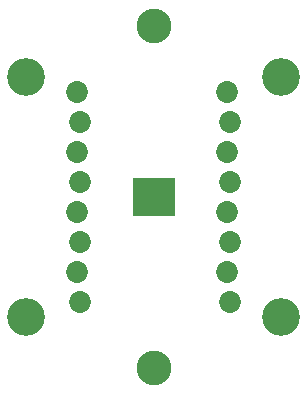
<source format=gts>
G04 EAGLE Gerber RS-274X export*
G75*
%MOMM*%
%FSLAX34Y34*%
%LPD*%
%INSoldermask Top*%
%IPPOS*%
%AMOC8*
5,1,8,0,0,1.08239X$1,22.5*%
G01*
%ADD10R,3.556000X3.302000*%
%ADD11C,1.852422*%
%ADD12C,3.200400*%
%ADD13C,2.946400*%


D10*
X76200Y101600D03*
D11*
X13970Y12700D03*
X11430Y38100D03*
X13970Y63500D03*
X11430Y88900D03*
X13970Y114300D03*
X11430Y139700D03*
X13970Y165100D03*
X11430Y190500D03*
X138430Y190500D03*
X140970Y165100D03*
X138430Y139700D03*
X140970Y114300D03*
X138430Y88900D03*
X140970Y63500D03*
X138430Y38100D03*
X140970Y12700D03*
D12*
X-31750Y0D03*
X-31750Y203200D03*
X184150Y0D03*
X184150Y203200D03*
D13*
X76200Y-43180D03*
X76200Y246380D03*
M02*

</source>
